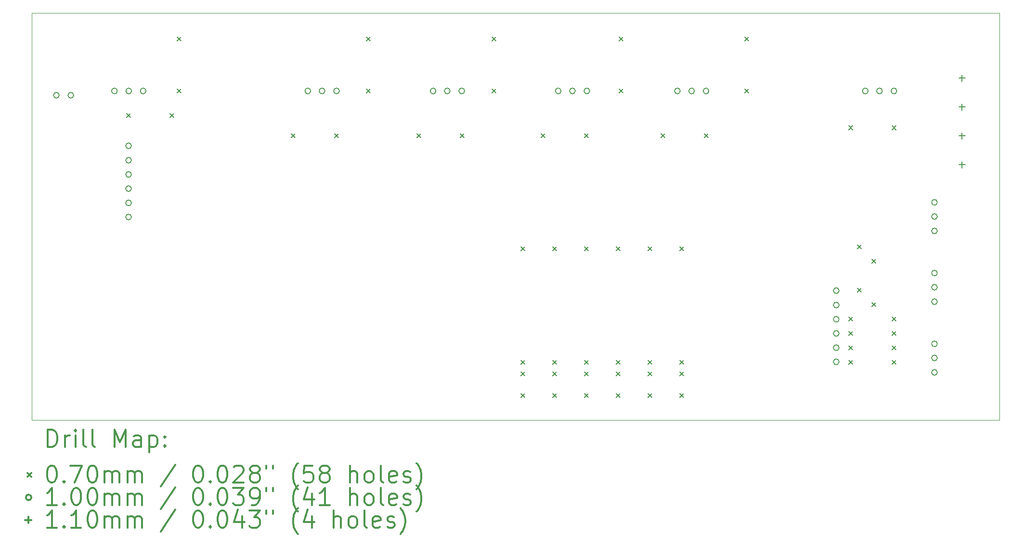
<source format=gbr>
%FSLAX45Y45*%
G04 Gerber Fmt 4.5, Leading zero omitted, Abs format (unit mm)*
G04 Created by KiCad (PCBNEW no-vcs-found-undefined) date Tue Oct 25 22:05:39 2016*
%MOMM*%
%LPD*%
G01*
G04 APERTURE LIST*
%ADD10C,0.127000*%
%ADD11C,0.100000*%
%ADD12C,0.200000*%
%ADD13C,0.300000*%
G04 APERTURE END LIST*
D10*
D11*
X6654800Y-14376400D02*
X6654800Y-7213600D01*
X23672800Y-14376400D02*
X6654800Y-14376400D01*
X23672800Y-7213600D02*
X23672800Y-14376400D01*
X6654800Y-7213600D02*
X23672800Y-7213600D01*
D12*
X8321600Y-8982000D02*
X8391600Y-9052000D01*
X8391600Y-8982000D02*
X8321600Y-9052000D01*
X9083600Y-8982000D02*
X9153600Y-9052000D01*
X9153600Y-8982000D02*
X9083600Y-9052000D01*
X9210600Y-7635800D02*
X9280600Y-7705800D01*
X9280600Y-7635800D02*
X9210600Y-7705800D01*
X9210600Y-8550200D02*
X9280600Y-8620200D01*
X9280600Y-8550200D02*
X9210600Y-8620200D01*
X11217200Y-9337600D02*
X11287200Y-9407600D01*
X11287200Y-9337600D02*
X11217200Y-9407600D01*
X11979200Y-9337600D02*
X12049200Y-9407600D01*
X12049200Y-9337600D02*
X11979200Y-9407600D01*
X12538000Y-7635800D02*
X12608000Y-7705800D01*
X12608000Y-7635800D02*
X12538000Y-7705800D01*
X12538000Y-8550200D02*
X12608000Y-8620200D01*
X12608000Y-8550200D02*
X12538000Y-8620200D01*
X13427000Y-9337600D02*
X13497000Y-9407600D01*
X13497000Y-9337600D02*
X13427000Y-9407600D01*
X14189000Y-9337600D02*
X14259000Y-9407600D01*
X14259000Y-9337600D02*
X14189000Y-9407600D01*
X14747800Y-7635800D02*
X14817800Y-7705800D01*
X14817800Y-7635800D02*
X14747800Y-7705800D01*
X14747800Y-8550200D02*
X14817800Y-8620200D01*
X14817800Y-8550200D02*
X14747800Y-8620200D01*
X15255800Y-11325400D02*
X15325800Y-11395400D01*
X15325800Y-11325400D02*
X15255800Y-11395400D01*
X15255800Y-13325400D02*
X15325800Y-13395400D01*
X15325800Y-13325400D02*
X15255800Y-13395400D01*
X15255800Y-13529100D02*
X15325800Y-13599100D01*
X15325800Y-13529100D02*
X15255800Y-13599100D01*
X15255800Y-13909600D02*
X15325800Y-13979600D01*
X15325800Y-13909600D02*
X15255800Y-13979600D01*
X15611400Y-9337600D02*
X15681400Y-9407600D01*
X15681400Y-9337600D02*
X15611400Y-9407600D01*
X15814600Y-11325400D02*
X15884600Y-11395400D01*
X15884600Y-11325400D02*
X15814600Y-11395400D01*
X15814600Y-13325400D02*
X15884600Y-13395400D01*
X15884600Y-13325400D02*
X15814600Y-13395400D01*
X15814600Y-13529100D02*
X15884600Y-13599100D01*
X15884600Y-13529100D02*
X15814600Y-13599100D01*
X15814600Y-13909600D02*
X15884600Y-13979600D01*
X15884600Y-13909600D02*
X15814600Y-13979600D01*
X16373400Y-9337600D02*
X16443400Y-9407600D01*
X16443400Y-9337600D02*
X16373400Y-9407600D01*
X16373400Y-11325400D02*
X16443400Y-11395400D01*
X16443400Y-11325400D02*
X16373400Y-11395400D01*
X16373400Y-13325400D02*
X16443400Y-13395400D01*
X16443400Y-13325400D02*
X16373400Y-13395400D01*
X16373400Y-13529100D02*
X16443400Y-13599100D01*
X16443400Y-13529100D02*
X16373400Y-13599100D01*
X16373400Y-13909600D02*
X16443400Y-13979600D01*
X16443400Y-13909600D02*
X16373400Y-13979600D01*
X16932200Y-11325400D02*
X17002200Y-11395400D01*
X17002200Y-11325400D02*
X16932200Y-11395400D01*
X16932200Y-13325400D02*
X17002200Y-13395400D01*
X17002200Y-13325400D02*
X16932200Y-13395400D01*
X16932200Y-13529100D02*
X17002200Y-13599100D01*
X17002200Y-13529100D02*
X16932200Y-13599100D01*
X16932200Y-13909600D02*
X17002200Y-13979600D01*
X17002200Y-13909600D02*
X16932200Y-13979600D01*
X16983000Y-7635800D02*
X17053000Y-7705800D01*
X17053000Y-7635800D02*
X16983000Y-7705800D01*
X16983000Y-8550200D02*
X17053000Y-8620200D01*
X17053000Y-8550200D02*
X16983000Y-8620200D01*
X17491000Y-11325400D02*
X17561000Y-11395400D01*
X17561000Y-11325400D02*
X17491000Y-11395400D01*
X17491000Y-13325400D02*
X17561000Y-13395400D01*
X17561000Y-13325400D02*
X17491000Y-13395400D01*
X17491000Y-13529100D02*
X17561000Y-13599100D01*
X17561000Y-13529100D02*
X17491000Y-13599100D01*
X17491000Y-13909600D02*
X17561000Y-13979600D01*
X17561000Y-13909600D02*
X17491000Y-13979600D01*
X17719600Y-9337600D02*
X17789600Y-9407600D01*
X17789600Y-9337600D02*
X17719600Y-9407600D01*
X18049800Y-11325400D02*
X18119800Y-11395400D01*
X18119800Y-11325400D02*
X18049800Y-11395400D01*
X18049800Y-13325400D02*
X18119800Y-13395400D01*
X18119800Y-13325400D02*
X18049800Y-13395400D01*
X18049800Y-13528600D02*
X18119800Y-13598600D01*
X18119800Y-13528600D02*
X18049800Y-13598600D01*
X18049800Y-13909100D02*
X18119800Y-13979100D01*
X18119800Y-13909100D02*
X18049800Y-13979100D01*
X18481600Y-9337600D02*
X18551600Y-9407600D01*
X18551600Y-9337600D02*
X18481600Y-9407600D01*
X19192800Y-7635800D02*
X19262800Y-7705800D01*
X19262800Y-7635800D02*
X19192800Y-7705800D01*
X19192800Y-8550200D02*
X19262800Y-8620200D01*
X19262800Y-8550200D02*
X19192800Y-8620200D01*
X21021600Y-9197900D02*
X21091600Y-9267900D01*
X21091600Y-9197900D02*
X21021600Y-9267900D01*
X21021600Y-12563400D02*
X21091600Y-12633400D01*
X21091600Y-12563400D02*
X21021600Y-12633400D01*
X21021600Y-12817400D02*
X21091600Y-12887400D01*
X21091600Y-12817400D02*
X21021600Y-12887400D01*
X21021600Y-13071400D02*
X21091600Y-13141400D01*
X21091600Y-13071400D02*
X21021600Y-13141400D01*
X21021600Y-13325400D02*
X21091600Y-13395400D01*
X21091600Y-13325400D02*
X21021600Y-13395400D01*
X21174000Y-11293400D02*
X21244000Y-11363400D01*
X21244000Y-11293400D02*
X21174000Y-11363400D01*
X21174000Y-12055400D02*
X21244000Y-12125400D01*
X21244000Y-12055400D02*
X21174000Y-12125400D01*
X21428000Y-11547400D02*
X21498000Y-11617400D01*
X21498000Y-11547400D02*
X21428000Y-11617400D01*
X21428000Y-12309400D02*
X21498000Y-12379400D01*
X21498000Y-12309400D02*
X21428000Y-12379400D01*
X21783600Y-9197900D02*
X21853600Y-9267900D01*
X21853600Y-9197900D02*
X21783600Y-9267900D01*
X21783600Y-12563400D02*
X21853600Y-12633400D01*
X21853600Y-12563400D02*
X21783600Y-12633400D01*
X21783600Y-12817400D02*
X21853600Y-12887400D01*
X21853600Y-12817400D02*
X21783600Y-12887400D01*
X21783600Y-13071400D02*
X21853600Y-13141400D01*
X21853600Y-13071400D02*
X21783600Y-13141400D01*
X21783600Y-13325400D02*
X21853600Y-13395400D01*
X21853600Y-13325400D02*
X21783600Y-13395400D01*
X7136600Y-8661400D02*
G75*
G03X7136600Y-8661400I-50000J0D01*
G01*
X7390600Y-8661400D02*
G75*
G03X7390600Y-8661400I-50000J0D01*
G01*
X8158800Y-8585200D02*
G75*
G03X8158800Y-8585200I-50000J0D01*
G01*
X8406600Y-9550400D02*
G75*
G03X8406600Y-9550400I-50000J0D01*
G01*
X8406600Y-9804050D02*
G75*
G03X8406600Y-9804050I-50000J0D01*
G01*
X8406600Y-10054050D02*
G75*
G03X8406600Y-10054050I-50000J0D01*
G01*
X8406600Y-10304050D02*
G75*
G03X8406600Y-10304050I-50000J0D01*
G01*
X8406600Y-10554050D02*
G75*
G03X8406600Y-10554050I-50000J0D01*
G01*
X8406600Y-10804050D02*
G75*
G03X8406600Y-10804050I-50000J0D01*
G01*
X8408800Y-8585200D02*
G75*
G03X8408800Y-8585200I-50000J0D01*
G01*
X8662800Y-8585200D02*
G75*
G03X8662800Y-8585200I-50000J0D01*
G01*
X11558800Y-8585200D02*
G75*
G03X11558800Y-8585200I-50000J0D01*
G01*
X11808800Y-8585200D02*
G75*
G03X11808800Y-8585200I-50000J0D01*
G01*
X12062800Y-8585200D02*
G75*
G03X12062800Y-8585200I-50000J0D01*
G01*
X13762800Y-8585200D02*
G75*
G03X13762800Y-8585200I-50000J0D01*
G01*
X14012800Y-8585200D02*
G75*
G03X14012800Y-8585200I-50000J0D01*
G01*
X14266800Y-8585200D02*
G75*
G03X14266800Y-8585200I-50000J0D01*
G01*
X15962800Y-8585200D02*
G75*
G03X15962800Y-8585200I-50000J0D01*
G01*
X16212800Y-8585200D02*
G75*
G03X16212800Y-8585200I-50000J0D01*
G01*
X16466800Y-8585200D02*
G75*
G03X16466800Y-8585200I-50000J0D01*
G01*
X18058800Y-8585200D02*
G75*
G03X18058800Y-8585200I-50000J0D01*
G01*
X18308800Y-8585200D02*
G75*
G03X18308800Y-8585200I-50000J0D01*
G01*
X18562800Y-8585200D02*
G75*
G03X18562800Y-8585200I-50000J0D01*
G01*
X20852600Y-12098750D02*
G75*
G03X20852600Y-12098750I-50000J0D01*
G01*
X20852600Y-12352400D02*
G75*
G03X20852600Y-12352400I-50000J0D01*
G01*
X20852600Y-12602400D02*
G75*
G03X20852600Y-12602400I-50000J0D01*
G01*
X20852600Y-12852400D02*
G75*
G03X20852600Y-12852400I-50000J0D01*
G01*
X20852600Y-13102400D02*
G75*
G03X20852600Y-13102400I-50000J0D01*
G01*
X20852600Y-13352400D02*
G75*
G03X20852600Y-13352400I-50000J0D01*
G01*
X21362800Y-8585200D02*
G75*
G03X21362800Y-8585200I-50000J0D01*
G01*
X21612800Y-8585200D02*
G75*
G03X21612800Y-8585200I-50000J0D01*
G01*
X21866800Y-8585200D02*
G75*
G03X21866800Y-8585200I-50000J0D01*
G01*
X22579800Y-10545000D02*
G75*
G03X22579800Y-10545000I-50000J0D01*
G01*
X22579800Y-10795000D02*
G75*
G03X22579800Y-10795000I-50000J0D01*
G01*
X22579800Y-11049000D02*
G75*
G03X22579800Y-11049000I-50000J0D01*
G01*
X22579800Y-11789600D02*
G75*
G03X22579800Y-11789600I-50000J0D01*
G01*
X22579800Y-12039600D02*
G75*
G03X22579800Y-12039600I-50000J0D01*
G01*
X22579800Y-12293600D02*
G75*
G03X22579800Y-12293600I-50000J0D01*
G01*
X22579800Y-13034200D02*
G75*
G03X22579800Y-13034200I-50000J0D01*
G01*
X22579800Y-13284200D02*
G75*
G03X22579800Y-13284200I-50000J0D01*
G01*
X22579800Y-13538200D02*
G75*
G03X22579800Y-13538200I-50000J0D01*
G01*
X23012400Y-8301600D02*
X23012400Y-8411600D01*
X22957400Y-8356600D02*
X23067400Y-8356600D01*
X23012400Y-8809600D02*
X23012400Y-8919600D01*
X22957400Y-8864600D02*
X23067400Y-8864600D01*
X23012400Y-9317600D02*
X23012400Y-9427600D01*
X22957400Y-9372600D02*
X23067400Y-9372600D01*
X23012400Y-9825600D02*
X23012400Y-9935600D01*
X22957400Y-9880600D02*
X23067400Y-9880600D01*
D13*
X6936228Y-14847114D02*
X6936228Y-14547114D01*
X7007657Y-14547114D01*
X7050514Y-14561400D01*
X7079086Y-14589971D01*
X7093371Y-14618543D01*
X7107657Y-14675686D01*
X7107657Y-14718543D01*
X7093371Y-14775686D01*
X7079086Y-14804257D01*
X7050514Y-14832829D01*
X7007657Y-14847114D01*
X6936228Y-14847114D01*
X7236228Y-14847114D02*
X7236228Y-14647114D01*
X7236228Y-14704257D02*
X7250514Y-14675686D01*
X7264800Y-14661400D01*
X7293371Y-14647114D01*
X7321943Y-14647114D01*
X7421943Y-14847114D02*
X7421943Y-14647114D01*
X7421943Y-14547114D02*
X7407657Y-14561400D01*
X7421943Y-14575686D01*
X7436228Y-14561400D01*
X7421943Y-14547114D01*
X7421943Y-14575686D01*
X7607657Y-14847114D02*
X7579086Y-14832829D01*
X7564800Y-14804257D01*
X7564800Y-14547114D01*
X7764800Y-14847114D02*
X7736228Y-14832829D01*
X7721943Y-14804257D01*
X7721943Y-14547114D01*
X8107657Y-14847114D02*
X8107657Y-14547114D01*
X8207657Y-14761400D01*
X8307657Y-14547114D01*
X8307657Y-14847114D01*
X8579086Y-14847114D02*
X8579086Y-14689971D01*
X8564800Y-14661400D01*
X8536228Y-14647114D01*
X8479086Y-14647114D01*
X8450514Y-14661400D01*
X8579086Y-14832829D02*
X8550514Y-14847114D01*
X8479086Y-14847114D01*
X8450514Y-14832829D01*
X8436228Y-14804257D01*
X8436228Y-14775686D01*
X8450514Y-14747114D01*
X8479086Y-14732829D01*
X8550514Y-14732829D01*
X8579086Y-14718543D01*
X8721943Y-14647114D02*
X8721943Y-14947114D01*
X8721943Y-14661400D02*
X8750514Y-14647114D01*
X8807657Y-14647114D01*
X8836228Y-14661400D01*
X8850514Y-14675686D01*
X8864800Y-14704257D01*
X8864800Y-14789971D01*
X8850514Y-14818543D01*
X8836228Y-14832829D01*
X8807657Y-14847114D01*
X8750514Y-14847114D01*
X8721943Y-14832829D01*
X8993371Y-14818543D02*
X9007657Y-14832829D01*
X8993371Y-14847114D01*
X8979086Y-14832829D01*
X8993371Y-14818543D01*
X8993371Y-14847114D01*
X8993371Y-14661400D02*
X9007657Y-14675686D01*
X8993371Y-14689971D01*
X8979086Y-14675686D01*
X8993371Y-14661400D01*
X8993371Y-14689971D01*
X6579800Y-15306400D02*
X6649800Y-15376400D01*
X6649800Y-15306400D02*
X6579800Y-15376400D01*
X6993371Y-15177114D02*
X7021943Y-15177114D01*
X7050514Y-15191400D01*
X7064800Y-15205686D01*
X7079086Y-15234257D01*
X7093371Y-15291400D01*
X7093371Y-15362829D01*
X7079086Y-15419971D01*
X7064800Y-15448543D01*
X7050514Y-15462829D01*
X7021943Y-15477114D01*
X6993371Y-15477114D01*
X6964800Y-15462829D01*
X6950514Y-15448543D01*
X6936228Y-15419971D01*
X6921943Y-15362829D01*
X6921943Y-15291400D01*
X6936228Y-15234257D01*
X6950514Y-15205686D01*
X6964800Y-15191400D01*
X6993371Y-15177114D01*
X7221943Y-15448543D02*
X7236228Y-15462829D01*
X7221943Y-15477114D01*
X7207657Y-15462829D01*
X7221943Y-15448543D01*
X7221943Y-15477114D01*
X7336228Y-15177114D02*
X7536228Y-15177114D01*
X7407657Y-15477114D01*
X7707657Y-15177114D02*
X7736228Y-15177114D01*
X7764800Y-15191400D01*
X7779086Y-15205686D01*
X7793371Y-15234257D01*
X7807657Y-15291400D01*
X7807657Y-15362829D01*
X7793371Y-15419971D01*
X7779086Y-15448543D01*
X7764800Y-15462829D01*
X7736228Y-15477114D01*
X7707657Y-15477114D01*
X7679086Y-15462829D01*
X7664800Y-15448543D01*
X7650514Y-15419971D01*
X7636228Y-15362829D01*
X7636228Y-15291400D01*
X7650514Y-15234257D01*
X7664800Y-15205686D01*
X7679086Y-15191400D01*
X7707657Y-15177114D01*
X7936228Y-15477114D02*
X7936228Y-15277114D01*
X7936228Y-15305686D02*
X7950514Y-15291400D01*
X7979086Y-15277114D01*
X8021943Y-15277114D01*
X8050514Y-15291400D01*
X8064800Y-15319971D01*
X8064800Y-15477114D01*
X8064800Y-15319971D02*
X8079086Y-15291400D01*
X8107657Y-15277114D01*
X8150514Y-15277114D01*
X8179086Y-15291400D01*
X8193371Y-15319971D01*
X8193371Y-15477114D01*
X8336228Y-15477114D02*
X8336228Y-15277114D01*
X8336228Y-15305686D02*
X8350514Y-15291400D01*
X8379086Y-15277114D01*
X8421943Y-15277114D01*
X8450514Y-15291400D01*
X8464800Y-15319971D01*
X8464800Y-15477114D01*
X8464800Y-15319971D02*
X8479086Y-15291400D01*
X8507657Y-15277114D01*
X8550514Y-15277114D01*
X8579086Y-15291400D01*
X8593371Y-15319971D01*
X8593371Y-15477114D01*
X9179086Y-15162829D02*
X8921943Y-15548543D01*
X9564800Y-15177114D02*
X9593371Y-15177114D01*
X9621943Y-15191400D01*
X9636228Y-15205686D01*
X9650514Y-15234257D01*
X9664800Y-15291400D01*
X9664800Y-15362829D01*
X9650514Y-15419971D01*
X9636228Y-15448543D01*
X9621943Y-15462829D01*
X9593371Y-15477114D01*
X9564800Y-15477114D01*
X9536228Y-15462829D01*
X9521943Y-15448543D01*
X9507657Y-15419971D01*
X9493371Y-15362829D01*
X9493371Y-15291400D01*
X9507657Y-15234257D01*
X9521943Y-15205686D01*
X9536228Y-15191400D01*
X9564800Y-15177114D01*
X9793371Y-15448543D02*
X9807657Y-15462829D01*
X9793371Y-15477114D01*
X9779086Y-15462829D01*
X9793371Y-15448543D01*
X9793371Y-15477114D01*
X9993371Y-15177114D02*
X10021943Y-15177114D01*
X10050514Y-15191400D01*
X10064800Y-15205686D01*
X10079086Y-15234257D01*
X10093371Y-15291400D01*
X10093371Y-15362829D01*
X10079086Y-15419971D01*
X10064800Y-15448543D01*
X10050514Y-15462829D01*
X10021943Y-15477114D01*
X9993371Y-15477114D01*
X9964800Y-15462829D01*
X9950514Y-15448543D01*
X9936228Y-15419971D01*
X9921943Y-15362829D01*
X9921943Y-15291400D01*
X9936228Y-15234257D01*
X9950514Y-15205686D01*
X9964800Y-15191400D01*
X9993371Y-15177114D01*
X10207657Y-15205686D02*
X10221943Y-15191400D01*
X10250514Y-15177114D01*
X10321943Y-15177114D01*
X10350514Y-15191400D01*
X10364800Y-15205686D01*
X10379086Y-15234257D01*
X10379086Y-15262829D01*
X10364800Y-15305686D01*
X10193371Y-15477114D01*
X10379086Y-15477114D01*
X10550514Y-15305686D02*
X10521943Y-15291400D01*
X10507657Y-15277114D01*
X10493371Y-15248543D01*
X10493371Y-15234257D01*
X10507657Y-15205686D01*
X10521943Y-15191400D01*
X10550514Y-15177114D01*
X10607657Y-15177114D01*
X10636228Y-15191400D01*
X10650514Y-15205686D01*
X10664800Y-15234257D01*
X10664800Y-15248543D01*
X10650514Y-15277114D01*
X10636228Y-15291400D01*
X10607657Y-15305686D01*
X10550514Y-15305686D01*
X10521943Y-15319971D01*
X10507657Y-15334257D01*
X10493371Y-15362829D01*
X10493371Y-15419971D01*
X10507657Y-15448543D01*
X10521943Y-15462829D01*
X10550514Y-15477114D01*
X10607657Y-15477114D01*
X10636228Y-15462829D01*
X10650514Y-15448543D01*
X10664800Y-15419971D01*
X10664800Y-15362829D01*
X10650514Y-15334257D01*
X10636228Y-15319971D01*
X10607657Y-15305686D01*
X10779086Y-15177114D02*
X10779086Y-15234257D01*
X10893371Y-15177114D02*
X10893371Y-15234257D01*
X11336228Y-15591400D02*
X11321943Y-15577114D01*
X11293371Y-15534257D01*
X11279086Y-15505686D01*
X11264800Y-15462829D01*
X11250514Y-15391400D01*
X11250514Y-15334257D01*
X11264800Y-15262829D01*
X11279086Y-15219971D01*
X11293371Y-15191400D01*
X11321943Y-15148543D01*
X11336228Y-15134257D01*
X11593371Y-15177114D02*
X11450514Y-15177114D01*
X11436228Y-15319971D01*
X11450514Y-15305686D01*
X11479086Y-15291400D01*
X11550514Y-15291400D01*
X11579086Y-15305686D01*
X11593371Y-15319971D01*
X11607657Y-15348543D01*
X11607657Y-15419971D01*
X11593371Y-15448543D01*
X11579086Y-15462829D01*
X11550514Y-15477114D01*
X11479086Y-15477114D01*
X11450514Y-15462829D01*
X11436228Y-15448543D01*
X11779086Y-15305686D02*
X11750514Y-15291400D01*
X11736228Y-15277114D01*
X11721943Y-15248543D01*
X11721943Y-15234257D01*
X11736228Y-15205686D01*
X11750514Y-15191400D01*
X11779086Y-15177114D01*
X11836228Y-15177114D01*
X11864800Y-15191400D01*
X11879086Y-15205686D01*
X11893371Y-15234257D01*
X11893371Y-15248543D01*
X11879086Y-15277114D01*
X11864800Y-15291400D01*
X11836228Y-15305686D01*
X11779086Y-15305686D01*
X11750514Y-15319971D01*
X11736228Y-15334257D01*
X11721943Y-15362829D01*
X11721943Y-15419971D01*
X11736228Y-15448543D01*
X11750514Y-15462829D01*
X11779086Y-15477114D01*
X11836228Y-15477114D01*
X11864800Y-15462829D01*
X11879086Y-15448543D01*
X11893371Y-15419971D01*
X11893371Y-15362829D01*
X11879086Y-15334257D01*
X11864800Y-15319971D01*
X11836228Y-15305686D01*
X12250514Y-15477114D02*
X12250514Y-15177114D01*
X12379086Y-15477114D02*
X12379086Y-15319971D01*
X12364800Y-15291400D01*
X12336228Y-15277114D01*
X12293371Y-15277114D01*
X12264800Y-15291400D01*
X12250514Y-15305686D01*
X12564800Y-15477114D02*
X12536228Y-15462829D01*
X12521943Y-15448543D01*
X12507657Y-15419971D01*
X12507657Y-15334257D01*
X12521943Y-15305686D01*
X12536228Y-15291400D01*
X12564800Y-15277114D01*
X12607657Y-15277114D01*
X12636228Y-15291400D01*
X12650514Y-15305686D01*
X12664800Y-15334257D01*
X12664800Y-15419971D01*
X12650514Y-15448543D01*
X12636228Y-15462829D01*
X12607657Y-15477114D01*
X12564800Y-15477114D01*
X12836228Y-15477114D02*
X12807657Y-15462829D01*
X12793371Y-15434257D01*
X12793371Y-15177114D01*
X13064800Y-15462829D02*
X13036228Y-15477114D01*
X12979086Y-15477114D01*
X12950514Y-15462829D01*
X12936228Y-15434257D01*
X12936228Y-15319971D01*
X12950514Y-15291400D01*
X12979086Y-15277114D01*
X13036228Y-15277114D01*
X13064800Y-15291400D01*
X13079086Y-15319971D01*
X13079086Y-15348543D01*
X12936228Y-15377114D01*
X13193371Y-15462829D02*
X13221943Y-15477114D01*
X13279086Y-15477114D01*
X13307657Y-15462829D01*
X13321943Y-15434257D01*
X13321943Y-15419971D01*
X13307657Y-15391400D01*
X13279086Y-15377114D01*
X13236228Y-15377114D01*
X13207657Y-15362829D01*
X13193371Y-15334257D01*
X13193371Y-15319971D01*
X13207657Y-15291400D01*
X13236228Y-15277114D01*
X13279086Y-15277114D01*
X13307657Y-15291400D01*
X13421943Y-15591400D02*
X13436228Y-15577114D01*
X13464800Y-15534257D01*
X13479086Y-15505686D01*
X13493371Y-15462829D01*
X13507657Y-15391400D01*
X13507657Y-15334257D01*
X13493371Y-15262829D01*
X13479086Y-15219971D01*
X13464800Y-15191400D01*
X13436228Y-15148543D01*
X13421943Y-15134257D01*
X6649800Y-15737400D02*
G75*
G03X6649800Y-15737400I-50000J0D01*
G01*
X7093371Y-15873114D02*
X6921943Y-15873114D01*
X7007657Y-15873114D02*
X7007657Y-15573114D01*
X6979086Y-15615971D01*
X6950514Y-15644543D01*
X6921943Y-15658829D01*
X7221943Y-15844543D02*
X7236228Y-15858829D01*
X7221943Y-15873114D01*
X7207657Y-15858829D01*
X7221943Y-15844543D01*
X7221943Y-15873114D01*
X7421943Y-15573114D02*
X7450514Y-15573114D01*
X7479086Y-15587400D01*
X7493371Y-15601686D01*
X7507657Y-15630257D01*
X7521943Y-15687400D01*
X7521943Y-15758829D01*
X7507657Y-15815971D01*
X7493371Y-15844543D01*
X7479086Y-15858829D01*
X7450514Y-15873114D01*
X7421943Y-15873114D01*
X7393371Y-15858829D01*
X7379086Y-15844543D01*
X7364800Y-15815971D01*
X7350514Y-15758829D01*
X7350514Y-15687400D01*
X7364800Y-15630257D01*
X7379086Y-15601686D01*
X7393371Y-15587400D01*
X7421943Y-15573114D01*
X7707657Y-15573114D02*
X7736228Y-15573114D01*
X7764800Y-15587400D01*
X7779086Y-15601686D01*
X7793371Y-15630257D01*
X7807657Y-15687400D01*
X7807657Y-15758829D01*
X7793371Y-15815971D01*
X7779086Y-15844543D01*
X7764800Y-15858829D01*
X7736228Y-15873114D01*
X7707657Y-15873114D01*
X7679086Y-15858829D01*
X7664800Y-15844543D01*
X7650514Y-15815971D01*
X7636228Y-15758829D01*
X7636228Y-15687400D01*
X7650514Y-15630257D01*
X7664800Y-15601686D01*
X7679086Y-15587400D01*
X7707657Y-15573114D01*
X7936228Y-15873114D02*
X7936228Y-15673114D01*
X7936228Y-15701686D02*
X7950514Y-15687400D01*
X7979086Y-15673114D01*
X8021943Y-15673114D01*
X8050514Y-15687400D01*
X8064800Y-15715971D01*
X8064800Y-15873114D01*
X8064800Y-15715971D02*
X8079086Y-15687400D01*
X8107657Y-15673114D01*
X8150514Y-15673114D01*
X8179086Y-15687400D01*
X8193371Y-15715971D01*
X8193371Y-15873114D01*
X8336228Y-15873114D02*
X8336228Y-15673114D01*
X8336228Y-15701686D02*
X8350514Y-15687400D01*
X8379086Y-15673114D01*
X8421943Y-15673114D01*
X8450514Y-15687400D01*
X8464800Y-15715971D01*
X8464800Y-15873114D01*
X8464800Y-15715971D02*
X8479086Y-15687400D01*
X8507657Y-15673114D01*
X8550514Y-15673114D01*
X8579086Y-15687400D01*
X8593371Y-15715971D01*
X8593371Y-15873114D01*
X9179086Y-15558829D02*
X8921943Y-15944543D01*
X9564800Y-15573114D02*
X9593371Y-15573114D01*
X9621943Y-15587400D01*
X9636228Y-15601686D01*
X9650514Y-15630257D01*
X9664800Y-15687400D01*
X9664800Y-15758829D01*
X9650514Y-15815971D01*
X9636228Y-15844543D01*
X9621943Y-15858829D01*
X9593371Y-15873114D01*
X9564800Y-15873114D01*
X9536228Y-15858829D01*
X9521943Y-15844543D01*
X9507657Y-15815971D01*
X9493371Y-15758829D01*
X9493371Y-15687400D01*
X9507657Y-15630257D01*
X9521943Y-15601686D01*
X9536228Y-15587400D01*
X9564800Y-15573114D01*
X9793371Y-15844543D02*
X9807657Y-15858829D01*
X9793371Y-15873114D01*
X9779086Y-15858829D01*
X9793371Y-15844543D01*
X9793371Y-15873114D01*
X9993371Y-15573114D02*
X10021943Y-15573114D01*
X10050514Y-15587400D01*
X10064800Y-15601686D01*
X10079086Y-15630257D01*
X10093371Y-15687400D01*
X10093371Y-15758829D01*
X10079086Y-15815971D01*
X10064800Y-15844543D01*
X10050514Y-15858829D01*
X10021943Y-15873114D01*
X9993371Y-15873114D01*
X9964800Y-15858829D01*
X9950514Y-15844543D01*
X9936228Y-15815971D01*
X9921943Y-15758829D01*
X9921943Y-15687400D01*
X9936228Y-15630257D01*
X9950514Y-15601686D01*
X9964800Y-15587400D01*
X9993371Y-15573114D01*
X10193371Y-15573114D02*
X10379086Y-15573114D01*
X10279086Y-15687400D01*
X10321943Y-15687400D01*
X10350514Y-15701686D01*
X10364800Y-15715971D01*
X10379086Y-15744543D01*
X10379086Y-15815971D01*
X10364800Y-15844543D01*
X10350514Y-15858829D01*
X10321943Y-15873114D01*
X10236228Y-15873114D01*
X10207657Y-15858829D01*
X10193371Y-15844543D01*
X10521943Y-15873114D02*
X10579086Y-15873114D01*
X10607657Y-15858829D01*
X10621943Y-15844543D01*
X10650514Y-15801686D01*
X10664800Y-15744543D01*
X10664800Y-15630257D01*
X10650514Y-15601686D01*
X10636228Y-15587400D01*
X10607657Y-15573114D01*
X10550514Y-15573114D01*
X10521943Y-15587400D01*
X10507657Y-15601686D01*
X10493371Y-15630257D01*
X10493371Y-15701686D01*
X10507657Y-15730257D01*
X10521943Y-15744543D01*
X10550514Y-15758829D01*
X10607657Y-15758829D01*
X10636228Y-15744543D01*
X10650514Y-15730257D01*
X10664800Y-15701686D01*
X10779086Y-15573114D02*
X10779086Y-15630257D01*
X10893371Y-15573114D02*
X10893371Y-15630257D01*
X11336228Y-15987400D02*
X11321943Y-15973114D01*
X11293371Y-15930257D01*
X11279086Y-15901686D01*
X11264800Y-15858829D01*
X11250514Y-15787400D01*
X11250514Y-15730257D01*
X11264800Y-15658829D01*
X11279086Y-15615971D01*
X11293371Y-15587400D01*
X11321943Y-15544543D01*
X11336228Y-15530257D01*
X11579086Y-15673114D02*
X11579086Y-15873114D01*
X11507657Y-15558829D02*
X11436228Y-15773114D01*
X11621943Y-15773114D01*
X11893371Y-15873114D02*
X11721943Y-15873114D01*
X11807657Y-15873114D02*
X11807657Y-15573114D01*
X11779086Y-15615971D01*
X11750514Y-15644543D01*
X11721943Y-15658829D01*
X12250514Y-15873114D02*
X12250514Y-15573114D01*
X12379086Y-15873114D02*
X12379086Y-15715971D01*
X12364800Y-15687400D01*
X12336228Y-15673114D01*
X12293371Y-15673114D01*
X12264800Y-15687400D01*
X12250514Y-15701686D01*
X12564800Y-15873114D02*
X12536228Y-15858829D01*
X12521943Y-15844543D01*
X12507657Y-15815971D01*
X12507657Y-15730257D01*
X12521943Y-15701686D01*
X12536228Y-15687400D01*
X12564800Y-15673114D01*
X12607657Y-15673114D01*
X12636228Y-15687400D01*
X12650514Y-15701686D01*
X12664800Y-15730257D01*
X12664800Y-15815971D01*
X12650514Y-15844543D01*
X12636228Y-15858829D01*
X12607657Y-15873114D01*
X12564800Y-15873114D01*
X12836228Y-15873114D02*
X12807657Y-15858829D01*
X12793371Y-15830257D01*
X12793371Y-15573114D01*
X13064800Y-15858829D02*
X13036228Y-15873114D01*
X12979086Y-15873114D01*
X12950514Y-15858829D01*
X12936228Y-15830257D01*
X12936228Y-15715971D01*
X12950514Y-15687400D01*
X12979086Y-15673114D01*
X13036228Y-15673114D01*
X13064800Y-15687400D01*
X13079086Y-15715971D01*
X13079086Y-15744543D01*
X12936228Y-15773114D01*
X13193371Y-15858829D02*
X13221943Y-15873114D01*
X13279086Y-15873114D01*
X13307657Y-15858829D01*
X13321943Y-15830257D01*
X13321943Y-15815971D01*
X13307657Y-15787400D01*
X13279086Y-15773114D01*
X13236228Y-15773114D01*
X13207657Y-15758829D01*
X13193371Y-15730257D01*
X13193371Y-15715971D01*
X13207657Y-15687400D01*
X13236228Y-15673114D01*
X13279086Y-15673114D01*
X13307657Y-15687400D01*
X13421943Y-15987400D02*
X13436228Y-15973114D01*
X13464800Y-15930257D01*
X13479086Y-15901686D01*
X13493371Y-15858829D01*
X13507657Y-15787400D01*
X13507657Y-15730257D01*
X13493371Y-15658829D01*
X13479086Y-15615971D01*
X13464800Y-15587400D01*
X13436228Y-15544543D01*
X13421943Y-15530257D01*
X6594800Y-16078400D02*
X6594800Y-16188400D01*
X6539800Y-16133400D02*
X6649800Y-16133400D01*
X7093371Y-16269114D02*
X6921943Y-16269114D01*
X7007657Y-16269114D02*
X7007657Y-15969114D01*
X6979086Y-16011971D01*
X6950514Y-16040543D01*
X6921943Y-16054829D01*
X7221943Y-16240543D02*
X7236228Y-16254829D01*
X7221943Y-16269114D01*
X7207657Y-16254829D01*
X7221943Y-16240543D01*
X7221943Y-16269114D01*
X7521943Y-16269114D02*
X7350514Y-16269114D01*
X7436228Y-16269114D02*
X7436228Y-15969114D01*
X7407657Y-16011971D01*
X7379086Y-16040543D01*
X7350514Y-16054829D01*
X7707657Y-15969114D02*
X7736228Y-15969114D01*
X7764800Y-15983400D01*
X7779086Y-15997686D01*
X7793371Y-16026257D01*
X7807657Y-16083400D01*
X7807657Y-16154829D01*
X7793371Y-16211971D01*
X7779086Y-16240543D01*
X7764800Y-16254829D01*
X7736228Y-16269114D01*
X7707657Y-16269114D01*
X7679086Y-16254829D01*
X7664800Y-16240543D01*
X7650514Y-16211971D01*
X7636228Y-16154829D01*
X7636228Y-16083400D01*
X7650514Y-16026257D01*
X7664800Y-15997686D01*
X7679086Y-15983400D01*
X7707657Y-15969114D01*
X7936228Y-16269114D02*
X7936228Y-16069114D01*
X7936228Y-16097686D02*
X7950514Y-16083400D01*
X7979086Y-16069114D01*
X8021943Y-16069114D01*
X8050514Y-16083400D01*
X8064800Y-16111971D01*
X8064800Y-16269114D01*
X8064800Y-16111971D02*
X8079086Y-16083400D01*
X8107657Y-16069114D01*
X8150514Y-16069114D01*
X8179086Y-16083400D01*
X8193371Y-16111971D01*
X8193371Y-16269114D01*
X8336228Y-16269114D02*
X8336228Y-16069114D01*
X8336228Y-16097686D02*
X8350514Y-16083400D01*
X8379086Y-16069114D01*
X8421943Y-16069114D01*
X8450514Y-16083400D01*
X8464800Y-16111971D01*
X8464800Y-16269114D01*
X8464800Y-16111971D02*
X8479086Y-16083400D01*
X8507657Y-16069114D01*
X8550514Y-16069114D01*
X8579086Y-16083400D01*
X8593371Y-16111971D01*
X8593371Y-16269114D01*
X9179086Y-15954829D02*
X8921943Y-16340543D01*
X9564800Y-15969114D02*
X9593371Y-15969114D01*
X9621943Y-15983400D01*
X9636228Y-15997686D01*
X9650514Y-16026257D01*
X9664800Y-16083400D01*
X9664800Y-16154829D01*
X9650514Y-16211971D01*
X9636228Y-16240543D01*
X9621943Y-16254829D01*
X9593371Y-16269114D01*
X9564800Y-16269114D01*
X9536228Y-16254829D01*
X9521943Y-16240543D01*
X9507657Y-16211971D01*
X9493371Y-16154829D01*
X9493371Y-16083400D01*
X9507657Y-16026257D01*
X9521943Y-15997686D01*
X9536228Y-15983400D01*
X9564800Y-15969114D01*
X9793371Y-16240543D02*
X9807657Y-16254829D01*
X9793371Y-16269114D01*
X9779086Y-16254829D01*
X9793371Y-16240543D01*
X9793371Y-16269114D01*
X9993371Y-15969114D02*
X10021943Y-15969114D01*
X10050514Y-15983400D01*
X10064800Y-15997686D01*
X10079086Y-16026257D01*
X10093371Y-16083400D01*
X10093371Y-16154829D01*
X10079086Y-16211971D01*
X10064800Y-16240543D01*
X10050514Y-16254829D01*
X10021943Y-16269114D01*
X9993371Y-16269114D01*
X9964800Y-16254829D01*
X9950514Y-16240543D01*
X9936228Y-16211971D01*
X9921943Y-16154829D01*
X9921943Y-16083400D01*
X9936228Y-16026257D01*
X9950514Y-15997686D01*
X9964800Y-15983400D01*
X9993371Y-15969114D01*
X10350514Y-16069114D02*
X10350514Y-16269114D01*
X10279086Y-15954829D02*
X10207657Y-16169114D01*
X10393371Y-16169114D01*
X10479086Y-15969114D02*
X10664800Y-15969114D01*
X10564800Y-16083400D01*
X10607657Y-16083400D01*
X10636228Y-16097686D01*
X10650514Y-16111971D01*
X10664800Y-16140543D01*
X10664800Y-16211971D01*
X10650514Y-16240543D01*
X10636228Y-16254829D01*
X10607657Y-16269114D01*
X10521943Y-16269114D01*
X10493371Y-16254829D01*
X10479086Y-16240543D01*
X10779086Y-15969114D02*
X10779086Y-16026257D01*
X10893371Y-15969114D02*
X10893371Y-16026257D01*
X11336228Y-16383400D02*
X11321943Y-16369114D01*
X11293371Y-16326257D01*
X11279086Y-16297686D01*
X11264800Y-16254829D01*
X11250514Y-16183400D01*
X11250514Y-16126257D01*
X11264800Y-16054829D01*
X11279086Y-16011971D01*
X11293371Y-15983400D01*
X11321943Y-15940543D01*
X11336228Y-15926257D01*
X11579086Y-16069114D02*
X11579086Y-16269114D01*
X11507657Y-15954829D02*
X11436228Y-16169114D01*
X11621943Y-16169114D01*
X11964800Y-16269114D02*
X11964800Y-15969114D01*
X12093371Y-16269114D02*
X12093371Y-16111971D01*
X12079086Y-16083400D01*
X12050514Y-16069114D01*
X12007657Y-16069114D01*
X11979086Y-16083400D01*
X11964800Y-16097686D01*
X12279086Y-16269114D02*
X12250514Y-16254829D01*
X12236228Y-16240543D01*
X12221943Y-16211971D01*
X12221943Y-16126257D01*
X12236228Y-16097686D01*
X12250514Y-16083400D01*
X12279086Y-16069114D01*
X12321943Y-16069114D01*
X12350514Y-16083400D01*
X12364800Y-16097686D01*
X12379086Y-16126257D01*
X12379086Y-16211971D01*
X12364800Y-16240543D01*
X12350514Y-16254829D01*
X12321943Y-16269114D01*
X12279086Y-16269114D01*
X12550514Y-16269114D02*
X12521943Y-16254829D01*
X12507657Y-16226257D01*
X12507657Y-15969114D01*
X12779086Y-16254829D02*
X12750514Y-16269114D01*
X12693371Y-16269114D01*
X12664800Y-16254829D01*
X12650514Y-16226257D01*
X12650514Y-16111971D01*
X12664800Y-16083400D01*
X12693371Y-16069114D01*
X12750514Y-16069114D01*
X12779086Y-16083400D01*
X12793371Y-16111971D01*
X12793371Y-16140543D01*
X12650514Y-16169114D01*
X12907657Y-16254829D02*
X12936228Y-16269114D01*
X12993371Y-16269114D01*
X13021943Y-16254829D01*
X13036228Y-16226257D01*
X13036228Y-16211971D01*
X13021943Y-16183400D01*
X12993371Y-16169114D01*
X12950514Y-16169114D01*
X12921943Y-16154829D01*
X12907657Y-16126257D01*
X12907657Y-16111971D01*
X12921943Y-16083400D01*
X12950514Y-16069114D01*
X12993371Y-16069114D01*
X13021943Y-16083400D01*
X13136228Y-16383400D02*
X13150514Y-16369114D01*
X13179086Y-16326257D01*
X13193371Y-16297686D01*
X13207657Y-16254829D01*
X13221943Y-16183400D01*
X13221943Y-16126257D01*
X13207657Y-16054829D01*
X13193371Y-16011971D01*
X13179086Y-15983400D01*
X13150514Y-15940543D01*
X13136228Y-15926257D01*
M02*

</source>
